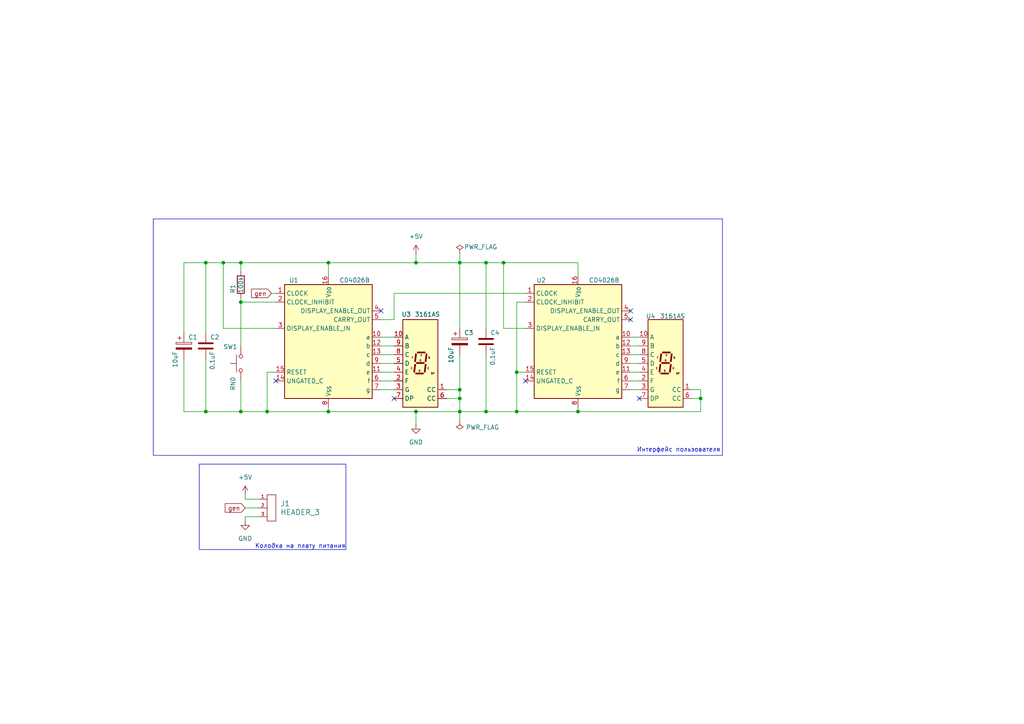
<source format=kicad_sch>
(kicad_sch (version 20231120) (generator "eeschema") (generator_version "8.0")
  (paper "A4")
  (title_block (title "Interface"))
  (lib_symbols
    (symbol "3161AS:3161AS"
      (property "Reference" "U" (at -3.81 13.97 0))
      (property "Value" "3161AS" (at 6.35 13.97 0))
      (symbol "3161AS_1_0"
        (text "A" (at 0.254 2.413 0) (effects (font (size 0.508 0.508))))
        (text "B" (at 2.54 1.651 0) (effects (font (size 0.508 0.508))))
        (text "C" (at 2.286 -1.397 0) (effects (font (size 0.508 0.508))))
        (text "D" (at -0.254 -2.159 0) (effects (font (size 0.508 0.508))))
        (text "DP" (at 3.556 -2.921 0) (effects (font (size 0.508 0.508))))
        (text "E" (at -2.54 -1.397 0) (effects (font (size 0.508 0.508))))
        (text "F" (at -2.286 1.651 0) (effects (font (size 0.508 0.508))))
        (text "G" (at 0 0.889 0) (effects (font (size 0.508 0.508))))
      )
      (symbol "3161AS_1_1"
        (rectangle (start -5.08 12.7) (end 5.08 -12.7) (stroke (width 0.254)) (fill (type background)))
        (polyline (pts (xy -1.524 -0.381) (xy -1.778 -2.413)) (stroke (width 0.508)))
        (polyline (pts (xy -1.27 -2.921) (xy 0.762 -2.921)) (stroke (width 0.508)))
        (polyline (pts (xy -1.27 2.667) (xy -1.524 0.635)) (stroke (width 0.508)))
        (polyline (pts (xy -1.016 0.127) (xy 1.016 0.127)) (stroke (width 0.508)))
        (polyline (pts (xy -0.762 3.175) (xy 1.27 3.175)) (stroke (width 0.508)))
        (polyline (pts (xy 1.524 -0.381) (xy 1.27 -2.413)) (stroke (width 0.508)))
        (polyline (pts (xy 1.778 2.667) (xy 1.524 0.635)) (stroke (width 0.508)))
        (polyline (pts (xy 2.54 -2.921) (xy 2.54 -2.921)) (stroke (width 0.508)))
        (pin input line (at 7.62 -7.62 180) (length 2.54) (name "CC") (number "1"))
        (pin input line (at -7.62 7.62 0) (length 2.54) (name "A") (number "10"))
        (pin input line (at -7.62 -5.08 0) (length 2.54) (name "F") (number "2"))
        (pin input line (at -7.62 -7.62 0) (length 2.54) (name "G") (number "3"))
        (pin input line (at -7.62 -2.54 0) (length 2.54) (name "E") (number "4"))
        (pin input line (at -7.62 0 0) (length 2.54) (name "D") (number "5"))
        (pin input line (at 7.62 -10.16 180) (length 2.54) (name "CC") (number "6"))
        (pin input line (at -7.62 -10.16 0) (length 2.54) (name "DP") (number "7"))
        (pin input line (at -7.62 2.54 0) (length 2.54) (name "C") (number "8"))
        (pin input line (at -7.62 5.08 0) (length 2.54) (name "B") (number "9"))
      )
    )
    (symbol "CD4026B:CD4026B"
      (property "Reference" "U" (at -12.7 17.78 0))
      (property "Value" "CD4026B" (at 7.62 17.78 0))
      (symbol "CD4026B_1_1"
        (rectangle (start -12.7 15.24) (end 12.7 -17.78) (stroke (width 0.254)) (fill (type background)))
        (pin input line (at -15.24 12.7 0) (length 2.54) (name "CLOCK") (number "1"))
        (pin output line (at 15.24 0 180) (length 2.54) (name "a") (number "10"))
        (pin output line (at 15.24 -10.16 180) (length 2.54) (name "e") (number "11"))
        (pin output line (at 15.24 -2.54 180) (length 2.54) (name "b") (number "12"))
        (pin output line (at 15.24 -5.08 180) (length 2.54) (name "c") (number "13"))
        (pin input line (at -15.24 -12.7 0) (length 2.54) (name "UNGATED_C") (number "14"))
        (pin input line (at -15.24 -10.16 0) (length 2.54) (name "RESET") (number "15"))
        (pin power_in line (at 0 17.78 270) (length 2.54) (name "V_{DD}") (number "16"))
        (pin input line (at -15.24 10.16 0) (length 2.54) (name "CLOCK_INHIBIT") (number "2"))
        (pin input line (at -15.24 2.54 0) (length 2.54) (name "DISPLAY_ENABLE_IN") (number "3"))
        (pin output line (at 15.24 7.62 180) (length 2.54) (name "DISPLAY_ENABLE_OUT") (number "4"))
        (pin output line (at 15.24 5.08 180) (length 2.54) (name "CARRY_OUT") (number "5"))
        (pin output line (at 15.24 -12.7 180) (length 2.54) (name "f") (number "6"))
        (pin output line (at 15.24 -15.24 180) (length 2.54) (name "g") (number "7"))
        (pin power_in line (at 0 -20.32 90) (length 2.54) (name "V_{SS}") (number "8"))
        (pin output line (at 15.24 -7.62 180) (length 2.54) (name "d") (number "9"))
      )
    )
    (symbol "Device:C" (pin_numbers hide) (pin_names (offset 0.254))
      (property "Reference" "C" (at 0.635 2.54 0))
      (property "Value" "C" (at 0.635 -2.54 0))
      (symbol "C_0_1"
        (polyline (pts (xy -2.032 -0.762) (xy 2.032 -0.762)) (stroke (width 0.508)))
        (polyline (pts (xy -2.032 0.762) (xy 2.032 0.762)) (stroke (width 0.508)))
      )
      (symbol "C_1_1"
        (pin passive line (at 0 3.81 270) (length 2.794) (name "~") (number "1"))
        (pin passive line (at 0 -3.81 90) (length 2.794) (name "~") (number "2"))
      )
    )
    (symbol "Device:C_Polarized" (pin_numbers hide) (pin_names (offset 0.254))
      (property "Reference" "C" (at 0.635 2.54 0))
      (property "Value" "C_Polarized" (at 0.635 -2.54 0))
      (symbol "C_Polarized_0_1"
        (rectangle (start -2.286 0.508) (end 2.286 1.016))
        (polyline (pts (xy -1.778 2.286) (xy -0.762 2.286)))
        (polyline (pts (xy -1.27 2.794) (xy -1.27 1.778)))
        (rectangle (start 2.286 -0.508) (end -2.286 -1.016) (fill (type outline)))
      )
      (symbol "C_Polarized_1_1"
        (pin passive line (at 0 3.81 270) (length 2.794) (name "~") (number "1"))
        (pin passive line (at 0 -3.81 90) (length 2.794) (name "~") (number "2"))
      )
    )
    (symbol "Device:R" (pin_numbers hide) (pin_names (offset 0))
      (property "Reference" "R" (at 2.032 0 90))
      (property "Value" "R" (at 0 0 90))
      (symbol "R_0_1"
        (rectangle (start -1.016 -2.54) (end 1.016 2.54) (stroke (width 0.254)))
      )
      (symbol "R_1_1"
        (pin passive line (at 0 3.81 270) (length 1.27) (name "~") (number "1"))
        (pin passive line (at 0 -3.81 90) (length 1.27) (name "~") (number "2"))
      )
    )
    (symbol "Switch:SW_Push" (pin_numbers hide) (pin_names (offset 1.016) hide)
      (property "Reference" "SW" (at 1.27 2.54 0))
      (property "Value" "SW_Push" (at 0 -1.524 0))
      (symbol "SW_Push_0_1"
        (circle (center -2.032 0) (radius 0.508))
        (polyline (pts (xy 0 1.27) (xy 0 3.048)))
        (polyline (pts (xy 2.54 1.27) (xy -2.54 1.27)))
        (circle (center 2.032 0) (radius 0.508))
        (pin passive line (at -5.08 0 0) (length 2.54) (name "1") (number "1"))
        (pin passive line (at 5.08 0 180) (length 2.54) (name "2") (number "2"))
      )
    )
    (symbol "power:+5V" (power) (pin_numbers hide) (pin_names (offset 0) hide)
      (property "Value" "+5V" (at 0 3.556 0))
      (symbol "+5V_0_1"
        (polyline (pts (xy -0.762 1.27) (xy 0 2.54)))
        (polyline (pts (xy 0 0) (xy 0 2.54)))
        (polyline (pts (xy 0 2.54) (xy 0.762 1.27)))
      )
      (symbol "+5V_1_1"
        (pin power_in line (at 0 0 90) (length 0) (name "~") (number "1"))
      )
    )
    (symbol "power:GND" (power) (pin_numbers hide) (pin_names (offset 0) hide)
      (property "Value" "GND" (at 0 -3.81 0))
      (symbol "GND_0_1"
        (polyline (pts (xy 0 0) (xy 0 -1.27) (xy 1.27 -1.27) (xy 0 -2.54) (xy -1.27 -1.27) (xy 0 -1.27)))
      )
      (symbol "GND_1_1"
        (pin power_in line (at 0 0 270) (length 0) (name "~") (number "1"))
      )
    )
    (symbol "power:PWR_FLAG" (power) (pin_numbers hide) (pin_names (offset 0) hide)
      (property "Value" "PWR_FLAG" (at 0 3.81 0))
      (symbol "PWR_FLAG_0_0"
        (pin power_out line (at 0 0 90) (length 0) (name "~") (number "1"))
      )
      (symbol "PWR_FLAG_0_1"
        (polyline (pts (xy 0 0) (xy 0 1.27) (xy -1.016 1.905) (xy 0 2.54) (xy 1.016 1.905) (xy 0 1.27)))
      )
    )
    (symbol "w_connectors:HEADER_3" (pin_names (offset 0))
      (property "Reference" "J" (at 0 5.08 0))
      (property "Value" "HEADER_3" (at 0 -5.08 0))
      (symbol "HEADER_3_0_1"
        (rectangle (start 2.54 3.81) (end 0 -3.81))
      )
      (symbol "HEADER_3_1_1"
        (pin passive line (at -2.54 2.54 0) (length 2.54) (name "~") (number "1"))
        (pin passive line (at -2.54 0 0) (length 2.54) (name "~") (number "2"))
        (pin passive line (at -2.54 -2.54 0) (length 2.54) (name "~") (number "3"))
      )
    )
  )
  (junction (at 59.69 76.2))
  (junction (at 59.69 119.38))
  (junction (at 133.35 115.57))
  (junction (at 149.86 119.38))
  (junction (at 133.35 119.38))
  (junction (at 203.2 115.57))
  (junction (at 120.65 76.2))
  (junction (at 133.35 76.2))
  (junction (at 120.65 119.38))
  (junction (at 167.64 119.38))
  (junction (at 95.25 119.38))
  (junction (at 69.85 76.2))
  (junction (at 64.77 76.2))
  (junction (at 77.47 119.38))
  (junction (at 69.85 87.63))
  (junction (at 149.86 107.95))
  (junction (at 95.25 76.2))
  (junction (at 146.05 76.2))
  (junction (at 140.97 76.2))
  (junction (at 140.97 119.38))
  (junction (at 133.35 113.03))
  (junction (at 69.85 119.38))
  (no_connect (at 152.4 110.49))
  (no_connect (at 182.88 92.71))
  (no_connect (at 185.42 115.57))
  (no_connect (at 114.3 115.57))
  (no_connect (at 110.49 90.17))
  (no_connect (at 182.88 90.17))
  (no_connect (at 80.01 110.49))
  (wire (pts (xy 133.35 102.87) (xy 133.35 113.03)))
  (wire (pts (xy 69.85 119.38) (xy 77.47 119.38)))
  (wire (pts (xy 110.49 107.95) (xy 114.3 107.95)))
  (wire (pts (xy 59.69 119.38) (xy 69.85 119.38)))
  (wire (pts (xy 95.25 119.38) (xy 120.65 119.38)))
  (wire (pts (xy 152.4 87.63) (xy 149.86 87.63)))
  (wire (pts (xy 59.69 76.2) (xy 59.69 96.52)))
  (wire (pts (xy 53.34 119.38) (xy 59.69 119.38)))
  (wire (pts (xy 133.35 73.66) (xy 133.35 76.2)))
  (wire (pts (xy 149.86 87.63) (xy 149.86 107.95)))
  (wire (pts (xy 77.47 119.38) (xy 95.25 119.38)))
  (wire (pts (xy 64.77 76.2) (xy 64.77 95.25)))
  (wire (pts (xy 110.49 97.79) (xy 114.3 97.79)))
  (wire (pts (xy 120.65 119.38) (xy 120.65 123.19)))
  (wire (pts (xy 78.74 85.09) (xy 80.01 85.09)))
  (wire (pts (xy 182.88 102.87) (xy 185.42 102.87)))
  (wire (pts (xy 53.34 96.52) (xy 53.34 76.2)))
  (wire (pts (xy 69.85 87.63) (xy 69.85 100.33)))
  (wire (pts (xy 152.4 95.25) (xy 146.05 95.25)))
  (wire (pts (xy 200.66 113.03) (xy 203.2 113.03)))
  (wire (pts (xy 182.88 100.33) (xy 185.42 100.33)))
  (wire (pts (xy 120.65 73.66) (xy 120.65 76.2)))
  (wire (pts (xy 74.93 149.86) (xy 71.12 149.86)))
  (wire (pts (xy 129.54 115.57) (xy 133.35 115.57)))
  (wire (pts (xy 129.54 113.03) (xy 133.35 113.03)))
  (wire (pts (xy 69.85 86.36) (xy 69.85 87.63)))
  (wire (pts (xy 133.35 76.2) (xy 140.97 76.2)))
  (wire (pts (xy 120.65 76.2) (xy 133.35 76.2)))
  (wire (pts (xy 64.77 76.2) (xy 69.85 76.2)))
  (wire (pts (xy 69.85 87.63) (xy 80.01 87.63)))
  (wire (pts (xy 182.88 107.95) (xy 185.42 107.95)))
  (wire (pts (xy 167.64 119.38) (xy 203.2 119.38)))
  (wire (pts (xy 69.85 110.49) (xy 69.85 119.38)))
  (wire (pts (xy 182.88 97.79) (xy 185.42 97.79)))
  (wire (pts (xy 71.12 149.86) (xy 71.12 151.13)))
  (wire (pts (xy 133.35 119.38) (xy 133.35 121.92)))
  (wire (pts (xy 149.86 107.95) (xy 149.86 119.38)))
  (wire (pts (xy 114.3 85.09) (xy 152.4 85.09)))
  (wire (pts (xy 53.34 76.2) (xy 59.69 76.2)))
  (wire (pts (xy 167.64 76.2) (xy 167.64 80.01)))
  (wire (pts (xy 110.49 92.71) (xy 114.3 92.71)))
  (wire (pts (xy 140.97 76.2) (xy 146.05 76.2)))
  (wire (pts (xy 53.34 104.14) (xy 53.34 119.38)))
  (wire (pts (xy 182.88 110.49) (xy 185.42 110.49)))
  (wire (pts (xy 71.12 147.32) (xy 74.93 147.32)))
  (wire (pts (xy 71.12 143.51) (xy 71.12 144.78)))
  (wire (pts (xy 200.66 115.57) (xy 203.2 115.57)))
  (wire (pts (xy 110.49 100.33) (xy 114.3 100.33)))
  (wire (pts (xy 120.65 119.38) (xy 133.35 119.38)))
  (wire (pts (xy 149.86 107.95) (xy 152.4 107.95)))
  (wire (pts (xy 203.2 113.03) (xy 203.2 115.57)))
  (wire (pts (xy 146.05 76.2) (xy 146.05 95.25)))
  (wire (pts (xy 140.97 76.2) (xy 140.97 95.25)))
  (wire (pts (xy 110.49 102.87) (xy 114.3 102.87)))
  (wire (pts (xy 77.47 107.95) (xy 80.01 107.95)))
  (wire (pts (xy 133.35 113.03) (xy 133.35 115.57)))
  (wire (pts (xy 133.35 76.2) (xy 133.35 95.25)))
  (wire (pts (xy 182.88 105.41) (xy 185.42 105.41)))
  (wire (pts (xy 203.2 115.57) (xy 203.2 119.38)))
  (wire (pts (xy 167.64 118.11) (xy 167.64 119.38)))
  (wire (pts (xy 95.25 118.11) (xy 95.25 119.38)))
  (wire (pts (xy 71.12 144.78) (xy 74.93 144.78)))
  (wire (pts (xy 114.3 92.71) (xy 114.3 85.09)))
  (wire (pts (xy 149.86 119.38) (xy 167.64 119.38)))
  (wire (pts (xy 140.97 102.87) (xy 140.97 119.38)))
  (wire (pts (xy 95.25 76.2) (xy 95.25 80.01)))
  (wire (pts (xy 95.25 76.2) (xy 120.65 76.2)))
  (wire (pts (xy 59.69 104.14) (xy 59.69 119.38)))
  (wire (pts (xy 140.97 119.38) (xy 149.86 119.38)))
  (wire (pts (xy 59.69 76.2) (xy 64.77 76.2)))
  (wire (pts (xy 146.05 76.2) (xy 167.64 76.2)))
  (wire (pts (xy 69.85 76.2) (xy 69.85 78.74)))
  (wire (pts (xy 133.35 119.38) (xy 140.97 119.38)))
  (wire (pts (xy 77.47 107.95) (xy 77.47 119.38)))
  (wire (pts (xy 110.49 105.41) (xy 114.3 105.41)))
  (wire (pts (xy 182.88 113.03) (xy 185.42 113.03)))
  (wire (pts (xy 133.35 115.57) (xy 133.35 119.38)))
  (wire (pts (xy 110.49 110.49) (xy 114.3 110.49)))
  (wire (pts (xy 80.01 95.25) (xy 64.77 95.25)))
  (wire (pts (xy 110.49 113.03) (xy 114.3 113.03)))
  (wire (pts (xy 69.85 76.2) (xy 95.25 76.2)))
  (rectangle (start 57.785 134.62) (end 100.33 159.385))
  (rectangle (start 44.45 63.5) (end 209.55 132.08))
  (text "Интерфейс пользователя" (at 196.85 130.556 0) (effects (font (size 1.27 1.27))))
  (text "Колодка на плату питания" (at 87.122 158.496 0) (effects (font (size 1.27 1.27))))
  (global_label "gen" (shape input) (at 71.12 147.32 180) (property "Intersheetrefs" "${INTERSHEET_REFS}" (effects (hide yes))))
  (global_label "gen" (shape input) (at 78.74 85.09 180) (property "Intersheetrefs" "${INTERSHEET_REFS}" (effects (hide yes))))
  (symbol (lib_id "Device:C") (at 59.69 100.33 0) (unit 1)
    (property "Reference" "C2" (at 60.96 97.79 0) (effects (justify left)))
    (property "Value" "0.1uF" (at 61.595 107.315 90) (effects (justify left)))
    (property "Footprint" "Capacitor_THT:C_Disc_D3.8mm_W2.6mm_P2.50mm" (effects (hide yes)))
    (property "Description" "Unpolarized capacitor" (effects (hide yes)))
  )
  (symbol (lib_id "3161AS:3161AS") (at 193.04 105.41 0) (unit 1)
    (property "Reference" "U4" (at 188.722 91.694 0))
    (property "Value" "3161AS" (at 195.072 91.694 0))
    (property "Footprint" "HW13-LIB:3161AS" (effects (hide yes)))
    (property "Datasheet" "https://docs.broadcom.com/docs/AV02-2553EN" (effects (hide yes)))
    (property "Description" "One digit 7 segment red, common cathode" (effects (hide yes)))
  )
  (symbol (lib_id "power:GND") (at 71.12 151.13 0) (unit 1)
    (property "Reference" "#PWR01" (effects (hide yes)))
    (property "Value" "GND" (at 71.12 156.21 0))
    (property "Description" "Power symbol creates a global label with name \"GND\" , ground" (effects (hide yes)))
  )
  (symbol (lib_id "CD4026B:CD4026B") (at 167.64 97.79 0) (unit 1)
    (property "Reference" "U2" (at 155.575 81.28 0) (effects (justify left)))
    (property "Value" "CD4026B" (at 170.815 81.28 0) (effects (justify left)))
    (property "Footprint" "Package_DIP:DIP-16_W7.62mm" (effects (hide yes)))
    (property "Datasheet" "https://static.chipdip.ru/lib/070/DOC012070950.pdf" (effects (hide yes)))
    (property "Description" "20V, CMOS Decade Counter/Divider, 7 Segment Decoder, Ripple Blanking, Lamp Test, 100mW/Output, DIP-16" (effects (hide yes)))
  )
  (symbol (lib_id "Device:R") (at 69.85 82.55 0) (unit 1)
    (property "Reference" "R1" (at 67.564 85.09 90) (effects (justify left)))
    (property "Value" "100k" (at 69.85 85.09 90) (effects (justify left)))
    (property "Footprint" "Resistor_THT:R_Axial_DIN0204_L3.6mm_D1.6mm_P2.54mm_Vertical" (effects (hide yes)))
    (property "Description" "Resistor" (effects (hide yes)))
  )
  (symbol (lib_id "w_connectors:HEADER_3") (at 77.47 147.32 0) (unit 1)
    (property "Reference" "J1" (at 81.28 146.0499 0) (effects (font (size 1.524 1.524)) (justify left)))
    (property "Value" "HEADER_3" (at 81.28 148.5899 0) (effects (font (size 1.524 1.524)) (justify left)))
    (property "Footprint" "Connector_PinSocket_2.54mm:PinSocket_1x03_P2.54mm_Vertical" (effects (hide yes)))
  )
  (symbol (lib_id "power:PWR_FLAG") (at 133.35 121.92 0) (mirror x) (unit 1)
    (property "Reference" "#FLG01" (effects (hide yes)))
    (property "Value" "PWR_FLAG" (at 139.954 123.952 0))
    (property "Description" "Special symbol for telling ERC where power comes from" (effects (hide yes)))
  )
  (symbol (lib_id "power:PWR_FLAG") (at 133.35 73.66 0) (unit 1)
    (property "Reference" "#FLG02" (effects (hide yes)))
    (property "Value" "PWR_FLAG" (at 139.446 71.628 0))
    (property "Description" "Special symbol for telling ERC where power comes from" (effects (hide yes)))
  )
  (symbol (lib_id "power:+5V") (at 120.65 73.66 0) (unit 1)
    (property "Reference" "#PWR03" (effects (hide yes)))
    (property "Value" "+5V" (at 120.65 68.58 0))
    (property "Description" "Power symbol creates a global label with name \"+5V\"" (effects (hide yes)))
  )
  (symbol (lib_id "3161AS:3161AS") (at 121.92 105.41 0) (unit 1)
    (property "Reference" "U3" (at 117.856 91.186 0))
    (property "Value" "3161AS" (at 123.952 91.186 0))
    (property "Footprint" "HW13-LIB:3161AS" (effects (hide yes)))
    (property "Datasheet" "https://docs.broadcom.com/docs/AV02-2553EN" (effects (hide yes)))
    (property "Description" "One digit 7 segment red, common cathode" (effects (hide yes)))
  )
  (symbol (lib_id "power:GND") (at 120.65 123.19 0) (unit 1)
    (property "Reference" "#PWR04" (effects (hide yes)))
    (property "Value" "GND" (at 120.65 128.27 0))
    (property "Description" "Power symbol creates a global label with name \"GND\" , ground" (effects (hide yes)))
  )
  (symbol (lib_id "Device:C_Polarized") (at 53.34 100.33 0) (unit 1)
    (property "Reference" "C1" (at 54.61 97.79 0) (effects (justify left)))
    (property "Value" "10uF" (at 50.8 106.68 90) (effects (justify left)))
    (property "Footprint" "Capacitor_THT:CP_Radial_D8.0mm_P2.50mm" (effects (hide yes)))
    (property "Description" "Polarized capacitor" (effects (hide yes)))
  )
  (symbol (lib_id "power:+5V") (at 71.12 143.51 0) (unit 1)
    (property "Reference" "#PWR02" (effects (hide yes)))
    (property "Value" "+5V" (at 71.12 138.43 0))
    (property "Description" "Power symbol creates a global label with name \"+5V\"" (effects (hide yes)))
  )
  (symbol (lib_id "Switch:SW_Push") (at 69.85 105.41 90) (unit 1)
    (property "Reference" "SW1" (at 64.77 100.584 90) (effects (justify right)))
    (property "Value" "RND" (at 67.564 109.22 0) (effects (justify right)))
    (property "Footprint" "Button_Switch_THT:SW_PUSH_6mm_H5mm" (effects (hide yes)))
    (property "Description" "Push button switch, generic, two pins" (effects (hide yes)))
  )
  (symbol (lib_id "CD4026B:CD4026B") (at 95.25 97.79 0) (unit 1)
    (property "Reference" "U1" (at 83.82 81.28 0) (effects (justify left)))
    (property "Value" "CD4026B" (at 98.425 81.28 0) (effects (justify left)))
    (property "Footprint" "Package_DIP:DIP-16_W7.62mm" (effects (hide yes)))
    (property "Datasheet" "https://static.chipdip.ru/lib/070/DOC012070950.pdf" (effects (hide yes)))
    (property "Description" "20V, CMOS Decade Counter/Divider, 7 Segment Decoder, Ripple Blanking, Lamp Test, 100mW/Output, DIP-16" (effects (hide yes)))
  )
  (symbol (lib_id "Device:C") (at 140.97 99.06 0) (unit 1)
    (property "Reference" "C4" (at 142.24 96.52 0) (effects (justify left)))
    (property "Value" "0.1uF" (at 142.875 106.045 90) (effects (justify left)))
    (property "Footprint" "Capacitor_THT:C_Disc_D3.8mm_W2.6mm_P2.50mm" (effects (hide yes)))
    (property "Description" "Unpolarized capacitor" (effects (hide yes)))
  )
  (symbol (lib_id "Device:C_Polarized") (at 133.35 99.06 0) (unit 1)
    (property "Reference" "C3" (at 134.62 96.52 0) (effects (justify left)))
    (property "Value" "10uF" (at 130.81 105.41 90) (effects (justify left)))
    (property "Footprint" "Capacitor_THT:CP_Radial_D8.0mm_P2.50mm" (effects (hide yes)))
    (property "Description" "Polarized capacitor" (effects (hide yes)))
  )
)
</source>
